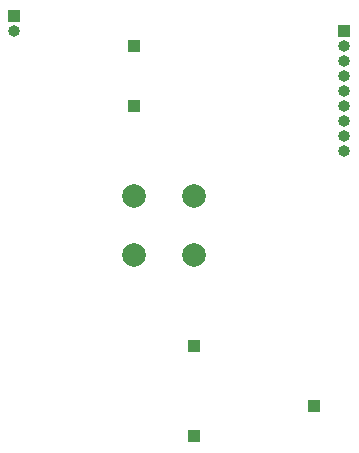
<source format=gbr>
%TF.GenerationSoftware,KiCad,Pcbnew,7.0.10*%
%TF.CreationDate,2024-03-07T13:47:24-05:00*%
%TF.ProjectId,GPS_Breakout,4750535f-4272-4656-916b-6f75742e6b69,rev?*%
%TF.SameCoordinates,Original*%
%TF.FileFunction,Soldermask,Bot*%
%TF.FilePolarity,Negative*%
%FSLAX46Y46*%
G04 Gerber Fmt 4.6, Leading zero omitted, Abs format (unit mm)*
G04 Created by KiCad (PCBNEW 7.0.10) date 2024-03-07 13:47:24*
%MOMM*%
%LPD*%
G01*
G04 APERTURE LIST*
%ADD10R,1.000000X1.000000*%
%ADD11C,2.000000*%
%ADD12O,1.000000X1.000000*%
G04 APERTURE END LIST*
D10*
%TO.C,J7*%
X147320000Y-76200000D03*
%TD*%
%TO.C,J6*%
X147320000Y-68580000D03*
%TD*%
%TO.C,J5*%
X157480000Y-73660000D03*
%TD*%
%TO.C,J4*%
X142240000Y-43180000D03*
%TD*%
%TO.C,J3*%
X142240000Y-48260000D03*
%TD*%
D11*
%TO.C,SW1*%
X147240000Y-60880000D03*
X142240000Y-60880000D03*
X147240000Y-55880000D03*
X142240000Y-55880000D03*
%TD*%
D12*
%TO.C,J2*%
X160020000Y-52070000D03*
X160020000Y-50800000D03*
X160020000Y-49530000D03*
X160020000Y-48260000D03*
X160020000Y-46990000D03*
X160020000Y-45720000D03*
X160020000Y-44450000D03*
X160020000Y-43180000D03*
D10*
X160020000Y-41910000D03*
%TD*%
D12*
%TO.C,J1*%
X132080000Y-41910000D03*
D10*
X132080000Y-40640000D03*
%TD*%
M02*

</source>
